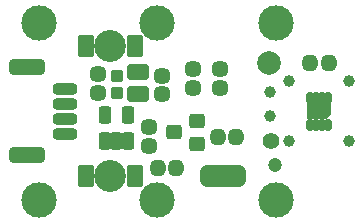
<source format=gbr>
%TF.GenerationSoftware,KiCad,Pcbnew,6.0.4-6f826c9f35~116~ubuntu20.04.1*%
%TF.CreationDate,2022-03-30T10:25:21+00:00*%
%TF.ProjectId,TFHT01B,54464854-3031-4422-9e6b-696361645f70,rev?*%
%TF.SameCoordinates,Original*%
%TF.FileFunction,Soldermask,Bot*%
%TF.FilePolarity,Negative*%
%FSLAX46Y46*%
G04 Gerber Fmt 4.6, Leading zero omitted, Abs format (unit mm)*
G04 Created by KiCad (PCBNEW 6.0.4-6f826c9f35~116~ubuntu20.04.1) date 2022-03-30 10:25:21*
%MOMM*%
%LPD*%
G01*
G04 APERTURE LIST*
G04 Aperture macros list*
%AMRoundRect*
0 Rectangle with rounded corners*
0 $1 Rounding radius*
0 $2 $3 $4 $5 $6 $7 $8 $9 X,Y pos of 4 corners*
0 Add a 4 corners polygon primitive as box body*
4,1,4,$2,$3,$4,$5,$6,$7,$8,$9,$2,$3,0*
0 Add four circle primitives for the rounded corners*
1,1,$1+$1,$2,$3*
1,1,$1+$1,$4,$5*
1,1,$1+$1,$6,$7*
1,1,$1+$1,$8,$9*
0 Add four rect primitives between the rounded corners*
20,1,$1+$1,$2,$3,$4,$5,0*
20,1,$1+$1,$4,$5,$6,$7,0*
20,1,$1+$1,$6,$7,$8,$9,0*
20,1,$1+$1,$8,$9,$2,$3,0*%
%AMFreePoly0*
4,1,41,0.636777,0.930194,0.706366,0.874698,0.744986,0.794504,0.750000,0.750000,0.750000,-0.750000,0.730194,-0.836777,0.674698,-0.906366,0.594504,-0.944986,0.550000,-0.950000,0.000000,-0.950000,-0.023504,-0.944635,-0.083606,-0.943534,-0.139582,-0.934468,-0.274897,-0.892193,-0.326080,-0.867780,-0.444090,-0.789225,-0.486362,-0.751429,-0.577582,-0.642910,-0.607548,-0.594768,-0.664643,-0.465009,
-0.679893,-0.410393,-0.697476,-0.275933,-0.697084,-0.275882,-0.700000,-0.250000,-0.700000,0.250000,-0.697921,0.259109,-0.697582,0.286880,-0.675771,0.426957,-0.659192,0.481183,-0.598944,0.609508,-0.567811,0.656904,-0.473967,0.763162,-0.430783,0.799915,-0.310888,0.875563,-0.259125,0.898717,-0.122818,0.937674,-0.066635,0.945370,-0.042411,0.945222,0.000000,0.950000,0.550000,0.950000,
0.636777,0.930194,0.636777,0.930194,$1*%
%AMFreePoly1*
4,1,41,0.022678,0.944824,0.075125,0.944504,0.131210,0.936123,0.267031,0.895504,0.318507,0.871718,0.437469,0.794611,0.480202,0.757333,0.572740,0.649936,0.603290,0.602165,0.661967,0.473113,0.677883,0.418686,0.697980,0.278353,0.700000,0.250000,0.700000,-0.250000,0.699985,-0.252439,0.699836,-0.264655,0.697079,-0.295398,0.673559,-0.435199,0.656318,-0.489221,0.594506,-0.616800,
0.562797,-0.663810,0.467662,-0.768914,0.424032,-0.805137,0.303222,-0.879314,0.251181,-0.901834,0.114408,-0.939123,0.058135,-0.946132,0.037663,-0.945757,0.000000,-0.950000,-0.550000,-0.950000,-0.636777,-0.930194,-0.706366,-0.874698,-0.744986,-0.794504,-0.750000,-0.750000,-0.750000,0.750000,-0.730194,0.836777,-0.674698,0.906366,-0.594504,0.944986,-0.550000,0.950000,0.000000,0.950000,
0.022678,0.944824,0.022678,0.944824,$1*%
%AMFreePoly2*
4,1,22,0.586777,1.030194,0.656366,0.974698,0.694986,0.894504,0.700000,0.850000,0.700000,-0.850000,0.680194,-0.936777,0.624698,-1.006366,0.544504,-1.044986,0.500000,-1.050000,-0.200000,-1.050000,-0.286777,-1.030194,-0.341421,-0.991421,-0.641421,-0.691421,-0.688777,-0.616056,-0.700000,-0.550000,-0.700000,0.850000,-0.680194,0.936777,-0.624698,1.006366,-0.544504,1.044986,-0.500000,1.050000,
0.500000,1.050000,0.586777,1.030194,0.586777,1.030194,$1*%
G04 Aperture macros list end*
%ADD10C,2.000000*%
%ADD11C,3.000000*%
%ADD12C,1.400000*%
%ADD13C,1.000000*%
%ADD14C,1.200000*%
%ADD15FreePoly0,180.000000*%
%ADD16RoundRect,0.200000X0.500000X0.750000X-0.500000X0.750000X-0.500000X-0.750000X0.500000X-0.750000X0*%
%ADD17FreePoly1,180.000000*%
%ADD18C,2.700000*%
%ADD19RoundRect,0.200000X-0.475000X-0.750000X0.475000X-0.750000X0.475000X0.750000X-0.475000X0.750000X0*%
%ADD20RoundRect,0.418750X0.256250X-0.218750X0.256250X0.218750X-0.256250X0.218750X-0.256250X-0.218750X0*%
%ADD21RoundRect,0.200000X0.125000X-0.275000X0.125000X0.275000X-0.125000X0.275000X-0.125000X-0.275000X0*%
%ADD22RoundRect,0.200000X-0.125000X0.275000X-0.125000X-0.275000X0.125000X-0.275000X0.125000X0.275000X0*%
%ADD23FreePoly2,90.000000*%
%ADD24RoundRect,0.200000X-0.350000X0.300000X-0.350000X-0.300000X0.350000X-0.300000X0.350000X0.300000X0*%
%ADD25RoundRect,0.350000X0.700000X-0.150000X0.700000X0.150000X-0.700000X0.150000X-0.700000X-0.150000X0*%
%ADD26RoundRect,0.450000X1.100000X-0.250000X1.100000X0.250000X-1.100000X0.250000X-1.100000X-0.250000X0*%
%ADD27RoundRect,0.418750X0.218750X0.256250X-0.218750X0.256250X-0.218750X-0.256250X0.218750X-0.256250X0*%
%ADD28RoundRect,0.418750X-0.218750X-0.256250X0.218750X-0.256250X0.218750X0.256250X-0.218750X0.256250X0*%
%ADD29RoundRect,0.200000X0.450000X0.400000X-0.450000X0.400000X-0.450000X-0.400000X0.450000X-0.400000X0*%
%ADD30RoundRect,0.200000X0.698500X-0.444500X0.698500X0.444500X-0.698500X0.444500X-0.698500X-0.444500X0*%
%ADD31RoundRect,0.200000X0.325000X-0.530000X0.325000X0.530000X-0.325000X0.530000X-0.325000X-0.530000X0*%
%ADD32RoundRect,0.418750X-0.256250X0.218750X-0.256250X-0.218750X0.256250X-0.218750X0.256250X0.218750X0*%
G04 APERTURE END LIST*
D10*
%TO.C,REF\u002A\u002A*%
X21900000Y11600000D03*
%TD*%
D11*
%TO.C,M4*%
X12500000Y15000000D03*
%TD*%
%TO.C,M2*%
X12500000Y0D03*
%TD*%
D12*
%TO.C,H1*%
X22100000Y4975000D03*
%TD*%
D13*
%TO.C,REF\u002A\u002A*%
X22000000Y7100000D03*
%TD*%
%TO.C,REF\u002A\u002A*%
X22000000Y9100000D03*
%TD*%
D14*
%TO.C,REF\u002A\u002A*%
X22475000Y3000000D03*
%TD*%
D11*
%TO.C,M6*%
X2500000Y15000000D03*
%TD*%
%TO.C,M5*%
X22500000Y0D03*
%TD*%
%TO.C,M1*%
X22500000Y15000000D03*
%TD*%
%TO.C,M3*%
X2500000Y0D03*
%TD*%
D15*
%TO.C,JP1*%
X19334000Y2032000D03*
D16*
X18034000Y2032000D03*
D17*
X16734000Y2032000D03*
%TD*%
D18*
%TO.C,D2*%
X8500000Y13000000D03*
D19*
X10575000Y13000000D03*
X6425000Y13000000D03*
%TD*%
D20*
%TO.C,C4*%
X11811000Y4572000D03*
X11811000Y6147000D03*
%TD*%
D21*
%TO.C,U1*%
X26950000Y6325000D03*
X26450000Y6325000D03*
X25950000Y6325000D03*
D22*
X25450000Y6325000D03*
D21*
X25450000Y8675000D03*
X25950000Y8675000D03*
X26450000Y8675000D03*
X26950000Y8675000D03*
D23*
X26200000Y7500000D03*
%TD*%
D24*
%TO.C,D1*%
X9071000Y9075000D03*
X9071000Y10475000D03*
%TD*%
D18*
%TO.C,D3*%
X8500000Y2000000D03*
D19*
X10575000Y2000000D03*
X6425000Y2000000D03*
%TD*%
D25*
%TO.C,J1*%
X4650000Y5625000D03*
X4650000Y6875000D03*
X4650000Y8125000D03*
X4650000Y9375000D03*
D26*
X1450000Y3775000D03*
X1450000Y11225000D03*
%TD*%
D27*
%TO.C,R2*%
X19177000Y5334000D03*
X17602000Y5334000D03*
%TD*%
D28*
%TO.C,C5*%
X25412500Y11594000D03*
X26987500Y11594000D03*
%TD*%
%TO.C,R4*%
X12522000Y2667000D03*
X14097000Y2667000D03*
%TD*%
D20*
%TO.C,C1*%
X12896000Y8962500D03*
X12896000Y10537500D03*
%TD*%
D29*
%TO.C,Q1*%
X15859000Y6665000D03*
X15859000Y4765000D03*
X13859000Y5715000D03*
%TD*%
D30*
%TO.C,C3*%
X10821000Y8947500D03*
X10821000Y10852500D03*
%TD*%
D31*
%TO.C,U3*%
X9967000Y4996000D03*
X9017000Y4996000D03*
X8067000Y4996000D03*
X8067000Y7196000D03*
X9967000Y7196000D03*
%TD*%
D32*
%TO.C,R3*%
X17780000Y11074500D03*
X17780000Y9499500D03*
%TD*%
%TO.C,R10*%
X15494000Y11049000D03*
X15494000Y9474000D03*
%TD*%
D20*
%TO.C,R1*%
X7421000Y9062500D03*
X7421000Y10637500D03*
%TD*%
D13*
%TO.C,M7*%
X23650000Y4950000D03*
X28750000Y4950000D03*
X28750000Y10050000D03*
X23650000Y10050000D03*
%TD*%
M02*

</source>
